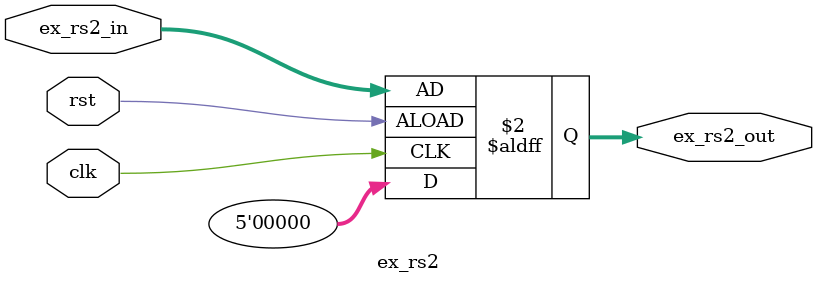
<source format=sv>
module ex_rs2(
    input logic clk,
    input logic rst,
    input logic [4:0] ex_rs2_in = 5'b0, 
    output logic [4:0] ex_rs2_out
     
);

    always_ff @(posedge clk or negedge rst) begin
        if (rst) begin
            ex_rs2_out <= 5'b0; 
        end else begin
            ex_rs2_out <= ex_rs2_in; 
        end
    end
endmodule
</source>
